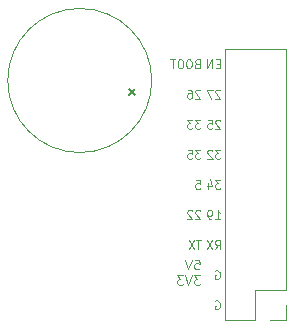
<source format=gbr>
%TF.GenerationSoftware,KiCad,Pcbnew,(5.1.12-1-10_14)*%
%TF.CreationDate,2022-03-23T16:43:39+08:00*%
%TF.ProjectId,DeerMon,44656572-4d6f-46e2-9e6b-696361645f70,rev?*%
%TF.SameCoordinates,Original*%
%TF.FileFunction,Legend,Bot*%
%TF.FilePolarity,Positive*%
%FSLAX46Y46*%
G04 Gerber Fmt 4.6, Leading zero omitted, Abs format (unit mm)*
G04 Created by KiCad (PCBNEW (5.1.12-1-10_14)) date 2022-03-23 16:43:39*
%MOMM*%
%LPD*%
G01*
G04 APERTURE LIST*
%ADD10C,0.120000*%
%ADD11C,0.150000*%
G04 APERTURE END LIST*
D10*
X21850571Y13098096D02*
X22231523Y13098096D01*
X22269619Y12717143D01*
X22231523Y12755239D01*
X22155333Y12793334D01*
X21964857Y12793334D01*
X21888666Y12755239D01*
X21850571Y12717143D01*
X21812476Y12640953D01*
X21812476Y12450477D01*
X21850571Y12374286D01*
X21888666Y12336191D01*
X21964857Y12298096D01*
X22155333Y12298096D01*
X22231523Y12336191D01*
X22269619Y12374286D01*
X21583904Y13098096D02*
X21317238Y12298096D01*
X21050571Y13098096D01*
X22307714Y11778096D02*
X21812476Y11778096D01*
X22079142Y11473334D01*
X21964857Y11473334D01*
X21888666Y11435239D01*
X21850571Y11397143D01*
X21812476Y11320953D01*
X21812476Y11130477D01*
X21850571Y11054286D01*
X21888666Y11016191D01*
X21964857Y10978096D01*
X22193428Y10978096D01*
X22269619Y11016191D01*
X22307714Y11054286D01*
X21583904Y11778096D02*
X21317238Y10978096D01*
X21050571Y11778096D01*
X20860095Y11778096D02*
X20364857Y11778096D01*
X20631523Y11473334D01*
X20517238Y11473334D01*
X20441047Y11435239D01*
X20402952Y11397143D01*
X20364857Y11320953D01*
X20364857Y11130477D01*
X20402952Y11054286D01*
X20441047Y11016191D01*
X20517238Y10978096D01*
X20745809Y10978096D01*
X20822000Y11016191D01*
X20860095Y11054286D01*
X22022000Y29705000D02*
X21922000Y29668334D01*
X21888666Y29631667D01*
X21855333Y29558334D01*
X21855333Y29448334D01*
X21888666Y29375000D01*
X21922000Y29338334D01*
X21988666Y29301667D01*
X22255333Y29301667D01*
X22255333Y30071667D01*
X22022000Y30071667D01*
X21955333Y30035000D01*
X21922000Y29998334D01*
X21888666Y29925000D01*
X21888666Y29851667D01*
X21922000Y29778334D01*
X21955333Y29741667D01*
X22022000Y29705000D01*
X22255333Y29705000D01*
X21422000Y30071667D02*
X21288666Y30071667D01*
X21222000Y30035000D01*
X21155333Y29961667D01*
X21122000Y29815000D01*
X21122000Y29558334D01*
X21155333Y29411667D01*
X21222000Y29338334D01*
X21288666Y29301667D01*
X21422000Y29301667D01*
X21488666Y29338334D01*
X21555333Y29411667D01*
X21588666Y29558334D01*
X21588666Y29815000D01*
X21555333Y29961667D01*
X21488666Y30035000D01*
X21422000Y30071667D01*
X20688666Y30071667D02*
X20555333Y30071667D01*
X20488666Y30035000D01*
X20422000Y29961667D01*
X20388666Y29815000D01*
X20388666Y29558334D01*
X20422000Y29411667D01*
X20488666Y29338334D01*
X20555333Y29301667D01*
X20688666Y29301667D01*
X20755333Y29338334D01*
X20822000Y29411667D01*
X20855333Y29558334D01*
X20855333Y29815000D01*
X20822000Y29961667D01*
X20755333Y30035000D01*
X20688666Y30071667D01*
X20188666Y30071667D02*
X19788666Y30071667D01*
X19988666Y29301667D02*
X19988666Y30071667D01*
X22288666Y27448334D02*
X22255333Y27485000D01*
X22188666Y27521667D01*
X22022000Y27521667D01*
X21955333Y27485000D01*
X21922000Y27448334D01*
X21888666Y27375000D01*
X21888666Y27301667D01*
X21922000Y27191667D01*
X22322000Y26751667D01*
X21888666Y26751667D01*
X21288666Y27521667D02*
X21422000Y27521667D01*
X21488666Y27485000D01*
X21522000Y27448334D01*
X21588666Y27338334D01*
X21622000Y27191667D01*
X21622000Y26898334D01*
X21588666Y26825000D01*
X21555333Y26788334D01*
X21488666Y26751667D01*
X21355333Y26751667D01*
X21288666Y26788334D01*
X21255333Y26825000D01*
X21222000Y26898334D01*
X21222000Y27081667D01*
X21255333Y27155000D01*
X21288666Y27191667D01*
X21355333Y27228334D01*
X21488666Y27228334D01*
X21555333Y27191667D01*
X21588666Y27155000D01*
X21622000Y27081667D01*
X22322000Y24971667D02*
X21888666Y24971667D01*
X22122000Y24678334D01*
X22022000Y24678334D01*
X21955333Y24641667D01*
X21922000Y24605000D01*
X21888666Y24531667D01*
X21888666Y24348334D01*
X21922000Y24275000D01*
X21955333Y24238334D01*
X22022000Y24201667D01*
X22222000Y24201667D01*
X22288666Y24238334D01*
X22322000Y24275000D01*
X21655333Y24971667D02*
X21222000Y24971667D01*
X21455333Y24678334D01*
X21355333Y24678334D01*
X21288666Y24641667D01*
X21255333Y24605000D01*
X21222000Y24531667D01*
X21222000Y24348334D01*
X21255333Y24275000D01*
X21288666Y24238334D01*
X21355333Y24201667D01*
X21555333Y24201667D01*
X21622000Y24238334D01*
X21655333Y24275000D01*
X22322000Y22421667D02*
X21888666Y22421667D01*
X22122000Y22128334D01*
X22022000Y22128334D01*
X21955333Y22091667D01*
X21922000Y22055000D01*
X21888666Y21981667D01*
X21888666Y21798334D01*
X21922000Y21725000D01*
X21955333Y21688334D01*
X22022000Y21651667D01*
X22222000Y21651667D01*
X22288666Y21688334D01*
X22322000Y21725000D01*
X21255333Y22421667D02*
X21588666Y22421667D01*
X21622000Y22055000D01*
X21588666Y22091667D01*
X21522000Y22128334D01*
X21355333Y22128334D01*
X21288666Y22091667D01*
X21255333Y22055000D01*
X21222000Y21981667D01*
X21222000Y21798334D01*
X21255333Y21725000D01*
X21288666Y21688334D01*
X21355333Y21651667D01*
X21522000Y21651667D01*
X21588666Y21688334D01*
X21622000Y21725000D01*
X21922000Y19871667D02*
X22255333Y19871667D01*
X22288666Y19505000D01*
X22255333Y19541667D01*
X22188666Y19578334D01*
X22022000Y19578334D01*
X21955333Y19541667D01*
X21922000Y19505000D01*
X21888666Y19431667D01*
X21888666Y19248334D01*
X21922000Y19175000D01*
X21955333Y19138334D01*
X22022000Y19101667D01*
X22188666Y19101667D01*
X22255333Y19138334D01*
X22288666Y19175000D01*
X22288666Y17248334D02*
X22255333Y17285000D01*
X22188666Y17321667D01*
X22022000Y17321667D01*
X21955333Y17285000D01*
X21922000Y17248334D01*
X21888666Y17175000D01*
X21888666Y17101667D01*
X21922000Y16991667D01*
X22322000Y16551667D01*
X21888666Y16551667D01*
X21622000Y17248334D02*
X21588666Y17285000D01*
X21522000Y17321667D01*
X21355333Y17321667D01*
X21288666Y17285000D01*
X21255333Y17248334D01*
X21222000Y17175000D01*
X21222000Y17101667D01*
X21255333Y16991667D01*
X21655333Y16551667D01*
X21222000Y16551667D01*
X22355333Y14771667D02*
X21955333Y14771667D01*
X22155333Y14001667D02*
X22155333Y14771667D01*
X21788666Y14771667D02*
X21322000Y14001667D01*
X21322000Y14771667D02*
X21788666Y14001667D01*
X23955333Y29705000D02*
X23722000Y29705000D01*
X23622000Y29301667D02*
X23955333Y29301667D01*
X23955333Y30071667D01*
X23622000Y30071667D01*
X23322000Y29301667D02*
X23322000Y30071667D01*
X22922000Y29301667D01*
X22922000Y30071667D01*
X23988666Y27448334D02*
X23955333Y27485000D01*
X23888666Y27521667D01*
X23722000Y27521667D01*
X23655333Y27485000D01*
X23622000Y27448334D01*
X23588666Y27375000D01*
X23588666Y27301667D01*
X23622000Y27191667D01*
X24022000Y26751667D01*
X23588666Y26751667D01*
X23355333Y27521667D02*
X22888666Y27521667D01*
X23188666Y26751667D01*
X23988666Y24898334D02*
X23955333Y24935000D01*
X23888666Y24971667D01*
X23722000Y24971667D01*
X23655333Y24935000D01*
X23622000Y24898334D01*
X23588666Y24825000D01*
X23588666Y24751667D01*
X23622000Y24641667D01*
X24022000Y24201667D01*
X23588666Y24201667D01*
X22955333Y24971667D02*
X23288666Y24971667D01*
X23322000Y24605000D01*
X23288666Y24641667D01*
X23222000Y24678334D01*
X23055333Y24678334D01*
X22988666Y24641667D01*
X22955333Y24605000D01*
X22922000Y24531667D01*
X22922000Y24348334D01*
X22955333Y24275000D01*
X22988666Y24238334D01*
X23055333Y24201667D01*
X23222000Y24201667D01*
X23288666Y24238334D01*
X23322000Y24275000D01*
X24022000Y22421667D02*
X23588666Y22421667D01*
X23822000Y22128334D01*
X23722000Y22128334D01*
X23655333Y22091667D01*
X23622000Y22055000D01*
X23588666Y21981667D01*
X23588666Y21798334D01*
X23622000Y21725000D01*
X23655333Y21688334D01*
X23722000Y21651667D01*
X23922000Y21651667D01*
X23988666Y21688334D01*
X24022000Y21725000D01*
X23322000Y22348334D02*
X23288666Y22385000D01*
X23222000Y22421667D01*
X23055333Y22421667D01*
X22988666Y22385000D01*
X22955333Y22348334D01*
X22922000Y22275000D01*
X22922000Y22201667D01*
X22955333Y22091667D01*
X23355333Y21651667D01*
X22922000Y21651667D01*
X24022000Y19871667D02*
X23588666Y19871667D01*
X23822000Y19578334D01*
X23722000Y19578334D01*
X23655333Y19541667D01*
X23622000Y19505000D01*
X23588666Y19431667D01*
X23588666Y19248334D01*
X23622000Y19175000D01*
X23655333Y19138334D01*
X23722000Y19101667D01*
X23922000Y19101667D01*
X23988666Y19138334D01*
X24022000Y19175000D01*
X22988666Y19615000D02*
X22988666Y19101667D01*
X23155333Y19908334D02*
X23322000Y19358334D01*
X22888666Y19358334D01*
X23588666Y16551667D02*
X23988666Y16551667D01*
X23788666Y16551667D02*
X23788666Y17321667D01*
X23855333Y17211667D01*
X23922000Y17138334D01*
X23988666Y17101667D01*
X23255333Y16551667D02*
X23122000Y16551667D01*
X23055333Y16588334D01*
X23022000Y16625000D01*
X22955333Y16735000D01*
X22922000Y16881667D01*
X22922000Y17175000D01*
X22955333Y17248334D01*
X22988666Y17285000D01*
X23055333Y17321667D01*
X23188666Y17321667D01*
X23255333Y17285000D01*
X23288666Y17248334D01*
X23322000Y17175000D01*
X23322000Y16991667D01*
X23288666Y16918334D01*
X23255333Y16881667D01*
X23188666Y16845000D01*
X23055333Y16845000D01*
X22988666Y16881667D01*
X22955333Y16918334D01*
X22922000Y16991667D01*
X23555333Y14001667D02*
X23788666Y14368334D01*
X23955333Y14001667D02*
X23955333Y14771667D01*
X23688666Y14771667D01*
X23622000Y14735000D01*
X23588666Y14698334D01*
X23555333Y14625000D01*
X23555333Y14515000D01*
X23588666Y14441667D01*
X23622000Y14405000D01*
X23688666Y14368334D01*
X23955333Y14368334D01*
X23322000Y14771667D02*
X22855333Y14001667D01*
X22855333Y14771667D02*
X23322000Y14001667D01*
X23588666Y12185000D02*
X23655333Y12221667D01*
X23755333Y12221667D01*
X23855333Y12185000D01*
X23922000Y12111667D01*
X23955333Y12038334D01*
X23988666Y11891667D01*
X23988666Y11781667D01*
X23955333Y11635000D01*
X23922000Y11561667D01*
X23855333Y11488334D01*
X23755333Y11451667D01*
X23688666Y11451667D01*
X23588666Y11488334D01*
X23555333Y11525000D01*
X23555333Y11781667D01*
X23688666Y11781667D01*
X23588666Y9635000D02*
X23655333Y9671667D01*
X23755333Y9671667D01*
X23855333Y9635000D01*
X23922000Y9561667D01*
X23955333Y9488334D01*
X23988666Y9341667D01*
X23988666Y9231667D01*
X23955333Y9085000D01*
X23922000Y9011667D01*
X23855333Y8938334D01*
X23755333Y8901667D01*
X23688666Y8901667D01*
X23588666Y8938334D01*
X23555333Y8975000D01*
X23555333Y9231667D01*
X23688666Y9231667D01*
%TO.C,BZ1*%
X18212993Y28287006D02*
G75*
G03*
X18212993Y28287006I-6099999J0D01*
G01*
%TO.C,J3*%
X28250000Y7970000D02*
X29580000Y7970000D01*
X29580000Y7970000D02*
X29580000Y9300000D01*
X26980000Y7970000D02*
X26980000Y10570000D01*
X26980000Y10570000D02*
X29580000Y10570000D01*
X29580000Y10570000D02*
X29580000Y30950000D01*
X24380000Y30950000D02*
X29580000Y30950000D01*
X24380000Y7970000D02*
X24380000Y30950000D01*
X24380000Y7970000D02*
X26980000Y7970000D01*
%TO.C,BZ1*%
D11*
X16821988Y27069099D02*
X16283240Y27607847D01*
X16283240Y27069099D02*
X16821988Y27607847D01*
%TD*%
M02*

</source>
